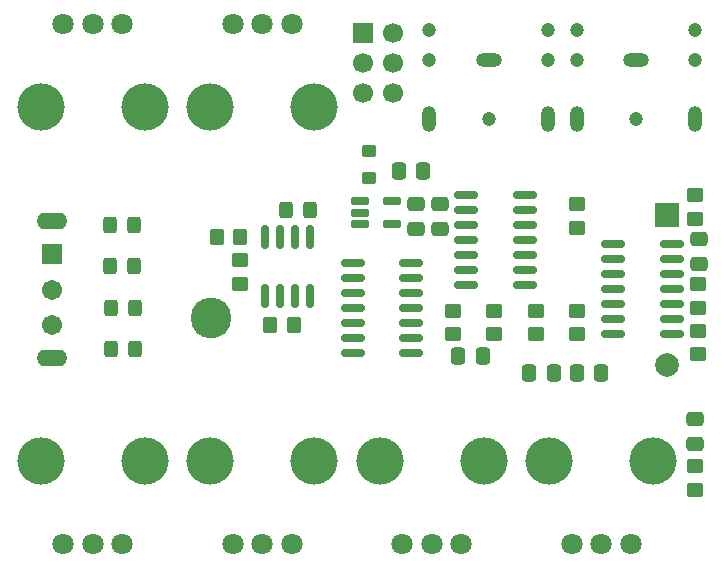
<source format=gbr>
%TF.GenerationSoftware,KiCad,Pcbnew,9.0.0*%
%TF.CreationDate,2025-05-15T12:38:11-07:00*%
%TF.ProjectId,ece223_project,65636532-3233-45f7-9072-6f6a6563742e,rev?*%
%TF.SameCoordinates,Original*%
%TF.FileFunction,Soldermask,Top*%
%TF.FilePolarity,Negative*%
%FSLAX46Y46*%
G04 Gerber Fmt 4.6, Leading zero omitted, Abs format (unit mm)*
G04 Created by KiCad (PCBNEW 9.0.0) date 2025-05-15 12:38:11*
%MOMM*%
%LPD*%
G01*
G04 APERTURE LIST*
G04 Aperture macros list*
%AMRoundRect*
0 Rectangle with rounded corners*
0 $1 Rounding radius*
0 $2 $3 $4 $5 $6 $7 $8 $9 X,Y pos of 4 corners*
0 Add a 4 corners polygon primitive as box body*
4,1,4,$2,$3,$4,$5,$6,$7,$8,$9,$2,$3,0*
0 Add four circle primitives for the rounded corners*
1,1,$1+$1,$2,$3*
1,1,$1+$1,$4,$5*
1,1,$1+$1,$6,$7*
1,1,$1+$1,$8,$9*
0 Add four rect primitives between the rounded corners*
20,1,$1+$1,$2,$3,$4,$5,0*
20,1,$1+$1,$4,$5,$6,$7,0*
20,1,$1+$1,$6,$7,$8,$9,0*
20,1,$1+$1,$8,$9,$2,$3,0*%
G04 Aperture macros list end*
%ADD10C,1.200000*%
%ADD11O,1.200000X2.200000*%
%ADD12O,2.200000X1.200000*%
%ADD13RoundRect,0.250000X-0.325000X-0.450000X0.325000X-0.450000X0.325000X0.450000X-0.325000X0.450000X0*%
%ADD14R,1.700000X1.700000*%
%ADD15C,1.700000*%
%ADD16RoundRect,0.250000X-0.337500X-0.475000X0.337500X-0.475000X0.337500X0.475000X-0.337500X0.475000X0*%
%ADD17RoundRect,0.250000X0.475000X-0.337500X0.475000X0.337500X-0.475000X0.337500X-0.475000X-0.337500X0*%
%ADD18RoundRect,0.250000X0.350000X-0.275000X0.350000X0.275000X-0.350000X0.275000X-0.350000X-0.275000X0*%
%ADD19RoundRect,0.150000X-0.825000X-0.150000X0.825000X-0.150000X0.825000X0.150000X-0.825000X0.150000X0*%
%ADD20RoundRect,0.162500X-0.617500X-0.162500X0.617500X-0.162500X0.617500X0.162500X-0.617500X0.162500X0*%
%ADD21RoundRect,0.250000X0.337500X0.475000X-0.337500X0.475000X-0.337500X-0.475000X0.337500X-0.475000X0*%
%ADD22RoundRect,0.250000X0.350000X0.450000X-0.350000X0.450000X-0.350000X-0.450000X0.350000X-0.450000X0*%
%ADD23RoundRect,0.250000X0.450000X-0.350000X0.450000X0.350000X-0.450000X0.350000X-0.450000X-0.350000X0*%
%ADD24RoundRect,0.150000X0.825000X0.150000X-0.825000X0.150000X-0.825000X-0.150000X0.825000X-0.150000X0*%
%ADD25RoundRect,0.250000X-0.475000X0.337500X-0.475000X-0.337500X0.475000X-0.337500X0.475000X0.337500X0*%
%ADD26C,4.000000*%
%ADD27C,1.800000*%
%ADD28RoundRect,0.250000X-0.450000X0.350000X-0.450000X-0.350000X0.450000X-0.350000X0.450000X0.350000X0*%
%ADD29O,2.604000X1.404000*%
%ADD30RoundRect,0.102000X-0.754000X0.754000X-0.754000X-0.754000X0.754000X-0.754000X0.754000X0.754000X0*%
%ADD31C,1.712000*%
%ADD32RoundRect,0.250000X-0.350000X-0.450000X0.350000X-0.450000X0.350000X0.450000X-0.350000X0.450000X0*%
%ADD33RoundRect,0.150000X0.150000X-0.825000X0.150000X0.825000X-0.150000X0.825000X-0.150000X-0.825000X0*%
%ADD34C,3.450000*%
%ADD35R,2.000000X2.000000*%
%ADD36C,2.000000*%
G04 APERTURE END LIST*
D10*
%TO.C,J2*%
X71000000Y-28000000D03*
X71000000Y-25500000D03*
X66000000Y-33000000D03*
X61000000Y-28000000D03*
X61000000Y-25500000D03*
D11*
X71000000Y-33000000D03*
D12*
X66000000Y-28000000D03*
D11*
X61000000Y-33000000D03*
%TD*%
D13*
%TO.C,D4*%
X34000000Y-52500000D03*
X36050000Y-52500000D03*
%TD*%
D14*
%TO.C,J1*%
X55357994Y-25776109D03*
D15*
X57897994Y-25776109D03*
X55357994Y-28316109D03*
X57897994Y-28316109D03*
X55357994Y-30856109D03*
X57897994Y-30856109D03*
%TD*%
D13*
%TO.C,D2*%
X33975000Y-45500000D03*
X36025000Y-45500000D03*
%TD*%
D16*
%TO.C,C8*%
X63417180Y-53129359D03*
X65492180Y-53129359D03*
%TD*%
D17*
%TO.C,C3*%
X59857994Y-42313609D03*
X59857994Y-40238609D03*
%TD*%
D18*
%TO.C,L1*%
X55902446Y-38020426D03*
X55902446Y-35720426D03*
%TD*%
D19*
%TO.C,U4*%
X54525000Y-45190000D03*
X54525000Y-46460000D03*
X54525000Y-47730000D03*
X54525000Y-49000000D03*
X54525000Y-50270000D03*
X54525000Y-51540000D03*
X54525000Y-52810000D03*
X59475000Y-52810000D03*
X59475000Y-51540000D03*
X59475000Y-50270000D03*
X59475000Y-49000000D03*
X59475000Y-47730000D03*
X59475000Y-46460000D03*
X59475000Y-45190000D03*
%TD*%
D20*
%TO.C,U5*%
X55150000Y-40000000D03*
X55150000Y-40950000D03*
X55150000Y-41900000D03*
X57850000Y-41900000D03*
X57850000Y-40000000D03*
%TD*%
D21*
%TO.C,C11*%
X71537500Y-54500000D03*
X69462500Y-54500000D03*
%TD*%
D13*
%TO.C,D1*%
X33975000Y-42000000D03*
X36025000Y-42000000D03*
%TD*%
D22*
%TO.C,R11*%
X49500000Y-50500000D03*
X47500000Y-50500000D03*
%TD*%
D10*
%TO.C,J3*%
X83500000Y-28000000D03*
X83500000Y-25500000D03*
X78500000Y-33000000D03*
X73500000Y-28000000D03*
X73500000Y-25500000D03*
D11*
X83500000Y-33000000D03*
D12*
X78500000Y-28000000D03*
D11*
X73500000Y-33000000D03*
%TD*%
D23*
%TO.C,R14*%
X83500000Y-41500000D03*
X83500000Y-39500000D03*
%TD*%
D17*
%TO.C,C4*%
X83500000Y-60537500D03*
X83500000Y-58462500D03*
%TD*%
D23*
%TO.C,R12*%
X45000000Y-47000000D03*
X45000000Y-45000000D03*
%TD*%
D24*
%TO.C,U1*%
X81500000Y-51270000D03*
X81500000Y-50000000D03*
X81500000Y-48730000D03*
X81500000Y-47460000D03*
X81500000Y-46190000D03*
X81500000Y-44920000D03*
X81500000Y-43650000D03*
X76550000Y-43650000D03*
X76550000Y-44920000D03*
X76550000Y-46190000D03*
X76550000Y-47460000D03*
X76550000Y-48730000D03*
X76550000Y-50000000D03*
X76550000Y-51270000D03*
%TD*%
D25*
%TO.C,C5*%
X83808728Y-43228381D03*
X83808728Y-45303381D03*
%TD*%
D26*
%TO.C,RV6*%
X51250000Y-32000000D03*
X42450000Y-32000000D03*
D27*
X44350000Y-25000000D03*
X46850000Y-25000000D03*
X49350000Y-25000000D03*
%TD*%
D16*
%TO.C,C1*%
X58402446Y-37432926D03*
X60477446Y-37432926D03*
%TD*%
D23*
%TO.C,R22*%
X73457994Y-42226109D03*
X73457994Y-40226109D03*
%TD*%
D26*
%TO.C,RV2*%
X28100000Y-62000000D03*
X36900000Y-62000000D03*
D27*
X35000000Y-69000000D03*
X32500000Y-69000000D03*
X30000000Y-69000000D03*
%TD*%
D26*
%TO.C,RV5*%
X71150000Y-62000000D03*
X79950000Y-62000000D03*
D27*
X78050000Y-69000000D03*
X75550000Y-69000000D03*
X73050000Y-69000000D03*
%TD*%
D28*
%TO.C,R20*%
X70000000Y-49270000D03*
X70000000Y-51270000D03*
%TD*%
D13*
%TO.C,D5*%
X48841032Y-40694171D03*
X50891032Y-40694171D03*
%TD*%
D28*
%TO.C,R19*%
X66500000Y-49270000D03*
X66500000Y-51270000D03*
%TD*%
D19*
%TO.C,U3*%
X64132994Y-39460000D03*
X64132994Y-40730000D03*
X64132994Y-42000000D03*
X64132994Y-43270000D03*
X64132994Y-44540000D03*
X64132994Y-45810000D03*
X64132994Y-47080000D03*
X69082994Y-47080000D03*
X69082994Y-45810000D03*
X69082994Y-44540000D03*
X69082994Y-43270000D03*
X69082994Y-42000000D03*
X69082994Y-40730000D03*
X69082994Y-39460000D03*
%TD*%
D28*
%TO.C,R9*%
X83756554Y-50949585D03*
X83756554Y-52949585D03*
%TD*%
D17*
%TO.C,C2*%
X61857994Y-42313609D03*
X61857994Y-40238609D03*
%TD*%
D29*
%TO.C,SW1*%
X29000000Y-41700000D03*
X29000000Y-53300000D03*
D30*
X29000000Y-44500000D03*
D31*
X29000000Y-47500000D03*
X29000000Y-50500000D03*
%TD*%
D26*
%TO.C,RV4*%
X56800000Y-62000000D03*
X65600000Y-62000000D03*
D27*
X63700000Y-69000000D03*
X61200000Y-69000000D03*
X58700000Y-69000000D03*
%TD*%
D32*
%TO.C,R15*%
X43000000Y-43000000D03*
X45000000Y-43000000D03*
%TD*%
D16*
%TO.C,C10*%
X73462500Y-54500000D03*
X75537500Y-54500000D03*
%TD*%
D28*
%TO.C,R18*%
X63000000Y-49270000D03*
X63000000Y-51270000D03*
%TD*%
D26*
%TO.C,RV1*%
X36900000Y-32000000D03*
X28100000Y-32000000D03*
D27*
X30000000Y-25000000D03*
X32500000Y-25000000D03*
X35000000Y-25000000D03*
%TD*%
D13*
%TO.C,D3*%
X34000000Y-49000000D03*
X36050000Y-49000000D03*
%TD*%
D26*
%TO.C,RV3*%
X42450000Y-62000000D03*
X51250000Y-62000000D03*
D27*
X49350000Y-69000000D03*
X46850000Y-69000000D03*
X44350000Y-69000000D03*
%TD*%
D28*
%TO.C,R21*%
X73500000Y-49270000D03*
X73500000Y-51270000D03*
%TD*%
%TO.C,R13*%
X83473393Y-62430892D03*
X83473393Y-64430892D03*
%TD*%
%TO.C,R8*%
X83776966Y-47000000D03*
X83776966Y-49000000D03*
%TD*%
D33*
%TO.C,U2*%
X47095000Y-47975000D03*
X48365000Y-47975000D03*
X49635000Y-47975000D03*
X50905000Y-47975000D03*
X50905000Y-43025000D03*
X49635000Y-43025000D03*
X48365000Y-43025000D03*
X47095000Y-43025000D03*
%TD*%
D34*
%TO.C,BT1*%
X42530000Y-49850000D03*
D35*
X81140000Y-41150000D03*
D36*
X81140000Y-53850000D03*
%TD*%
M02*

</source>
